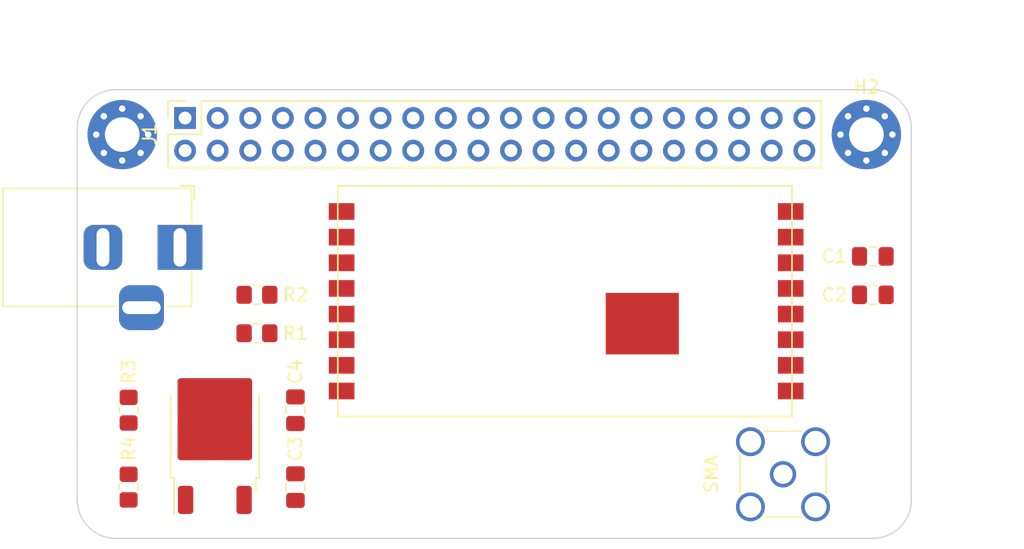
<source format=kicad_pcb>
(kicad_pcb (version 20221018) (generator pcbnew)
  (layers (0 "F.Cu" signal) (31 "B.Cu" signal) (34 "B.Paste" user) (35 "F.Paste" user) (36 "B.SilkS" user "B.Silkscreen") (37 "F.SilkS" user "F.Silkscreen") (38 "B.Mask" user) (39 "F.Mask" user) (44 "Edge.Cuts" user))
  (net 0 "")
  (net 1 "+6V")
  (net 2 "GND")
  (net 3 "VCC")
  (net 4 "PI_3V3")
  (net 5 "PI_5V")
  (net 13 "/RF_DIO5")
  (net 14 "/RF_DIO0")
  (net 15 "/RF_DIO1")
  (net 16 "/RF_DIO2")
  (net 17 "/RF_MOSI")
  (net 18 "/RF_MISO")
  (net 19 "/RF_DIO3")
  (net 20 "/RF_SCK")
  (net 21 "/RF_CS")
  (net 27 "/RF_RESET")
  (net 31 "/RF_DIO4")
  (net 34 "Net-(J2-In)")
  (net 35 "+3V3")
  (net 36 "Net-(U2-ADJ)")
  (footprint "Resistor_SMD:R_0805_2012Metric_Pad1.20x1.40mm_HandSolder" (layer "F.Cu") (at 104 125 -90)
    (fp_text reference "R3" (at -3 0 90) (layer "F.SilkS"))
    (fp_text value "1.1K")
    (fp_line (start -0.227064 -0.735) (end 0.227064 -0.735) (stroke (width 0.12)) (layer "F.SilkS"))
    (fp_line (start -0.227064 0.735) (end 0.227064 0.735) (stroke (width 0.12)) (layer "F.SilkS"))
    (pad "1" smd roundrect (at -1 0 270) (size 1.2 1.4) (layers "F.Cu" "F.Paste" "F.Mask") (roundrect_rratio 0.208333) (net 1 "+6V"))
    (pad "2" smd roundrect (at 1 0 270) (size 1.2 1.4) (layers "F.Cu" "F.Paste" "F.Mask") (roundrect_rratio 0.208333) (net 36 "Net-(U2-ADJ)"))
  )
  (footprint "Resistor_SMD:R_0805_2012Metric_Pad1.20x1.40mm_HandSolder" (layer "F.Cu") (at 114 116 180)
    (fp_text reference "R2" (at -3 0) (layer "F.SilkS"))
    (fp_text value "10k")
    (fp_line (start -0.227064 -0.735) (end 0.227064 -0.735) (stroke (width 0.12)) (layer "F.SilkS"))
    (fp_line (start -0.227064 0.735) (end 0.227064 0.735) (stroke (width 0.12)) (layer "F.SilkS"))
    (pad "1" smd roundrect (at -1 0 180) (size 1.2 1.4) (layers "F.Cu" "F.Paste" "F.Mask") (roundrect_rratio 0.208333) (net 21 "/RF_CS"))
    (pad "2" smd roundrect (at 1 0 180) (size 1.2 1.4) (layers "F.Cu" "F.Paste" "F.Mask") (roundrect_rratio 0.208333) (net 35 "+3V3"))
  )
  (footprint "Capacitor_SMD:C_0805_2012Metric_Pad1.18x1.45mm_HandSolder" (layer "F.Cu") (at 117 131 90)
    (fp_text reference "C3" (at 3 0 90) (layer "F.SilkS"))
    (fp_text value "10uF")
    (fp_line (start -0.261252 -0.735) (end 0.261252 -0.735) (stroke (width 0.12)) (layer "F.SilkS"))
    (fp_line (start -0.261252 0.735) (end 0.261252 0.735) (stroke (width 0.12)) (layer "F.SilkS"))
    (pad "1" smd roundrect (at -1.0375 0 90) (size 1.175 1.45) (layers "F.Cu" "F.Paste" "F.Mask") (roundrect_rratio 0.212766) (net 3 "VCC"))
    (pad "2" smd roundrect (at 1.0375 0 90) (size 1.175 1.45) (layers "F.Cu" "F.Paste" "F.Mask") (roundrect_rratio 0.212766) (net 2 "GND"))
  )
  (footprint "Capacitor_SMD:C_0805_2012Metric_Pad1.18x1.45mm_HandSolder" (layer "F.Cu") (at 162 116)
    (fp_text reference "C2" (at -3 0) (layer "F.SilkS"))
    (fp_text value "10uF")
    (fp_line (start -0.261252 -0.735) (end 0.261252 -0.735) (stroke (width 0.12)) (layer "F.SilkS"))
    (fp_line (start -0.261252 0.735) (end 0.261252 0.735) (stroke (width 0.12)) (layer "F.SilkS"))
    (pad "1" smd roundrect (at -1.0375 0) (size 1.175 1.45) (layers "F.Cu" "F.Paste" "F.Mask") (roundrect_rratio 0.212766) (net 1 "+6V"))
    (pad "2" smd roundrect (at 1.0375 0) (size 1.175 1.45) (layers "F.Cu" "F.Paste" "F.Mask") (roundrect_rratio 0.212766) (net 2 "GND"))
  )
  (footprint "Connector_Coaxial:SMA_Amphenol_901-144_Vertical" (layer "F.Cu") (at 155 130)
    (fp_text reference "J2" hide)
    (fp_text value "Coax SMA")
    (fp_line (start -3.355 -1.45) (end -3.355 1.45) (stroke (width 0.12)) (layer "F.SilkS"))
    (fp_line (start -1.45 -3.355) (end 1.45 -3.355) (stroke (width 0.12)) (layer "F.SilkS"))
    (fp_line (start -1.45 3.355) (end 1.45 3.355) (stroke (width 0.12)) (layer "F.SilkS"))
    (fp_line (start 3.355 -1.45) (end 3.355 1.45) (stroke (width 0.12)) (layer "F.SilkS"))
    (pad "1" thru_hole circle (at 0 0) (size 2.05 2.05) (drill 1.5) (layers "*.Cu" "*.Mask") (net 34 "Net-(J2-In)"))
    (pad "2" thru_hole circle (at -2.54 -2.54) (size 2.25 2.25) (drill 1.7) (layers "*.Cu" "*.Mask") (net 2 "GND"))
    (pad "2" thru_hole circle (at -2.54 2.54) (size 2.25 2.25) (drill 1.7) (layers "*.Cu" "*.Mask") (net 2 "GND"))
    (pad "2" thru_hole circle (at 2.54 -2.54) (size 2.25 2.25) (drill 1.7) (layers "*.Cu" "*.Mask") (net 2 "GND"))
    (pad "2" thru_hole circle (at 2.54 2.54) (size 2.25 2.25) (drill 1.7) (layers "*.Cu" "*.Mask") (net 2 "GND"))
  )
  (footprint "Capacitor_SMD:C_0805_2012Metric_Pad1.18x1.45mm_HandSolder" (layer "F.Cu") (at 117 125 -90)
    (fp_text reference "C4" (at -3 0 90) (layer "F.SilkS"))
    (fp_text value "22uF")
    (fp_line (start -0.261252 -0.735) (end 0.261252 -0.735) (stroke (width 0.12)) (layer "F.SilkS"))
    (fp_line (start -0.261252 0.735) (end 0.261252 0.735) (stroke (width 0.12)) (layer "F.SilkS"))
    (pad "1" smd roundrect (at -1.0375 0 270) (size 1.175 1.45) (layers "F.Cu" "F.Paste" "F.Mask") (roundrect_rratio 0.212766) (net 1 "+6V"))
    (pad "2" smd roundrect (at 1.0375 0 270) (size 1.175 1.45) (layers "F.Cu" "F.Paste" "F.Mask") (roundrect_rratio 0.212766) (net 2 "GND"))
  )
  (footprint "MountingHole:MountingHole_2.7mm_M2.5_Pad_Via" (layer "F.Cu") (at 161.5 103.5)
    (fp_text reference "H2" (at 0 -3.7) (layer "F.SilkS"))
    (fp_text value "M")
    (pad "1" thru_hole circle (at -2.025 0) (size 0.8 0.8) (drill 0.5) (layers "*.Cu" "*.Mask") (net 2 "GND"))
    (pad "1" thru_hole circle (at -1.431891 -1.431891) (size 0.8 0.8) (drill 0.5) (layers "*.Cu" "*.Mask") (net 2 "GND"))
    (pad "1" thru_hole circle (at -1.431891 1.431891) (size 0.8 0.8) (drill 0.5) (layers "*.Cu" "*.Mask") (net 2 "GND"))
    (pad "1" thru_hole circle (at 0 -2.025) (size 0.8 0.8) (drill 0.5) (layers "*.Cu" "*.Mask") (net 2 "GND"))
    (pad "1" thru_hole circle (at 0 0) (size 5.4 5.4) (drill 2.7) (layers "*.Cu" "*.Mask") (net 2 "GND"))
    (pad "1" thru_hole circle (at 0 2.025) (size 0.8 0.8) (drill 0.5) (layers "*.Cu" "*.Mask") (net 2 "GND"))
    (pad "1" thru_hole circle (at 1.431891 -1.431891) (size 0.8 0.8) (drill 0.5) (layers "*.Cu" "*.Mask") (net 2 "GND"))
    (pad "1" thru_hole circle (at 1.431891 1.431891) (size 0.8 0.8) (drill 0.5) (layers "*.Cu" "*.Mask") (net 2 "GND"))
    (pad "1" thru_hole circle (at 2.025 0) (size 0.8 0.8) (drill 0.5) (layers "*.Cu" "*.Mask") (net 2 "GND"))
  )
  (footprint "Connector_PinSocket_2.54mm:PinSocket_2x20_P2.54mm_Vertical" (layer "F.Cu") (at 108.4 102.21 90)
    (fp_text reference "J1" (at -1.27 -2.77 90) (layer "F.SilkS"))
    (fp_text value "Raspberry_Pi_2_3")
    (fp_line (start -3.87 -1.33) (end -3.87 49.59) (stroke (width 0.12)) (layer "F.SilkS"))
    (fp_line (start -3.87 -1.33) (end -1.27 -1.33) (stroke (width 0.12)) (layer "F.SilkS"))
    (fp_line (start -3.87 49.59) (end 1.33 49.59) (stroke (width 0.12)) (layer "F.SilkS"))
    (fp_line (start -1.27 -1.33) (end -1.27 1.27) (stroke (width 0.12)) (layer "F.SilkS"))
    (fp_line (start -1.27 1.27) (end 1.33 1.27) (stroke (width 0.12)) (layer "F.SilkS"))
    (fp_line (start 0 -1.33) (end 1.33 -1.33) (stroke (width 0.12)) (layer "F.SilkS"))
    (fp_line (start 1.33 -1.33) (end 1.33 0) (stroke (width 0.12)) (layer "F.SilkS"))
    (fp_line (start 1.33 1.27) (end 1.33 49.59) (stroke (width 0.12)) (layer "F.SilkS"))
    (pad "1" thru_hole rect (at 0 0 90) (size 1.7 1.7) (drill 1) (layers "*.Cu" "*.Mask") (net 4 "PI_3V3"))
    (pad "2" thru_hole oval (at -2.54 0 90) (size 1.7 1.7) (drill 1) (layers "*.Cu" "*.Mask") (net 5 "PI_5V"))
    (pad "3" thru_hole oval (at 0 2.54 90) (size 1.7 1.7) (drill 1) (layers "*.Cu" "*.Mask"))
    (pad "4" thru_hole oval (at -2.54 2.54 90) (size 1.7 1.7) (drill 1) (layers "*.Cu" "*.Mask") (net 5 "PI_5V"))
    (pad "5" thru_hole oval (at 0 5.08 90) (size 1.7 1.7) (drill 1) (layers "*.Cu" "*.Mask"))
    (pad "6" thru_hole oval (at -2.54 5.08 90) (size 1.7 1.7) (drill 1) (layers "*.Cu" "*.Mask") (net 2 "GND"))
    (pad "7" thru_hole oval (at 0 7.62 90) (size 1.7 1.7) (drill 1) (layers "*.Cu" "*.Mask"))
    (pad "8" thru_hole oval (at -2.54 7.62 90) (size 1.7 1.7) (drill 1) (layers "*.Cu" "*.Mask"))
    (pad "9" thru_hole oval (at 0 10.16 90) (size 1.7 1.7) (drill 1) (layers "*.Cu" "*.Mask") (net 2 "GND"))
    (pad "10" thru_hole oval (at -2.54 10.16 90) (size 1.7 1.7) (drill 1) (layers "*.Cu" "*.Mask"))
    (pad "11" thru_hole oval (at 0 12.7 90) (size 1.7 1.7) (drill 1) (layers "*.Cu" "*.Mask"))
    (pad "12" thru_hole oval (at -2.54 12.7 90) (size 1.7 1.7) (drill 1) (layers "*.Cu" "*.Mask"))
    (pad "13" thru_hole oval (at 0 15.24 90) (size 1.7 1.7) (drill 1) (layers "*.Cu" "*.Mask") (net 13 "/RF_DIO5"))
    (pad "14" thru_hole oval (at -2.54 15.24 90) (size 1.7 1.7) (drill 1) (layers "*.Cu" "*.Mask") (net 2 "GND"))
    (pad "15" thru_hole oval (at 0 17.78 90) (size 1.7 1.7) (drill 1) (layers "*.Cu" "*.Mask") (net 14 "/RF_DIO0"))
    (pad "16" thru_hole oval (at -2.54 17.78 90) (size 1.7 1.7) (drill 1) (layers "*.Cu" "*.Mask") (net 15 "/RF_DIO1"))
    (pad "17" thru_hole oval (at 0 20.32 90) (size 1.7 1.7) (drill 1) (layers "*.Cu" "*.Mask") (net 4 "PI_3V3"))
    (pad "18" thru_hole oval (at -2.54 20.32 90) (size 1.7 1.7) (drill 1) (layers "*.Cu" "*.Mask") (net 16 "/RF_DIO2"))
    (pad "19" thru_hole oval (at 0 22.86 90) (size 1.7 1.7) (drill 1) (layers "*.Cu" "*.Mask") (net 17 "/RF_MOSI"))
    (pad "20" thru_hole oval (at -2.54 22.86 90) (size 1.7 1.7) (drill 1) (layers "*.Cu" "*.Mask") (net 2 "GND"))
    (pad "21" thru_hole oval (at 0 25.4 90) (size 1.7 1.7) (drill 1) (layers "*.Cu" "*.Mask") (net 18 "/RF_MISO"))
    (pad "22" thru_hole oval (at -2.54 25.4 90) (size 1.7 1.7) (drill 1) (layers "*.Cu" "*.Mask") (net 19 "/RF_DIO3"))
    (pad "23" thru_hole oval (at 0 27.94 90) (size 1.7 1.7) (drill 1) (layers "*.Cu" "*.Mask") (net 20 "/RF_SCK"))
    (pad "24" thru_hole oval (at -2.54 27.94 90) (size 1.7 1.7) (drill 1) (layers "*.Cu" "*.Mask") (net 21 "/RF_CS"))
    (pad "25" thru_hole oval (at 0 30.48 90) (size 1.7 1.7) (drill 1) (layers "*.Cu" "*.Mask") (net 2 "GND"))
    (pad "26" thru_hole oval (at -2.54 30.48 90) (size 1.7 1.7) (drill 1) (layers "*.Cu" "*.Mask"))
    (pad "27" thru_hole oval (at 0 33.02 90) (size 1.7 1.7) (drill 1) (layers "*.Cu" "*.Mask"))
    (pad "28" thru_hole oval (at -2.54 33.02 90) (size 1.7 1.7) (drill 1) (layers "*.Cu" "*.Mask"))
    (pad "29" thru_hole oval (at 0 35.56 90) (size 1.7 1.7) (drill 1) (layers "*.Cu" "*.Mask"))
    (pad "30" thru_hole oval (at -2.54 35.56 90) (size 1.7 1.7) (drill 1) (layers "*.Cu" "*.Mask") (net 2 "GND"))
    (pad "31" thru_hole oval (at 0 38.1 90) (size 1.7 1.7) (drill 1) (layers "*.Cu" "*.Mask"))
    (pad "32" thru_hole oval (at -2.54 38.1 90) (size 1.7 1.7) (drill 1) (layers "*.Cu" "*.Mask") (net 27 "/RF_RESET"))
    (pad "33" thru_hole oval (at 0 40.64 90) (size 1.7 1.7) (drill 1) (layers "*.Cu" "*.Mask"))
    (pad "34" thru_hole oval (at -2.54 40.64 90) (size 1.7 1.7) (drill 1) (layers "*.Cu" "*.Mask") (net 2 "GND"))
    (pad "35" thru_hole oval (at 0 43.18 90) (size 1.7 1.7) (drill 1) (layers "*.Cu" "*.Mask"))
    (pad "36" thru_hole oval (at -2.54 43.18 90) (size 1.7 1.7) (drill 1) (layers "*.Cu" "*.Mask"))
    (pad "37" thru_hole oval (at 0 45.72 90) (size 1.7 1.7) (drill 1) (layers "*.Cu" "*.Mask") (net 31 "/RF_DIO4"))
    (pad "38" thru_hole oval (at -2.54 45.72 90) (size 1.7 1.7) (drill 1) (layers "*.Cu" "*.Mask"))
    (pad "39" thru_hole oval (at 0 48.26 90) (size 1.7 1.7) (drill 1) (layers "*.Cu" "*.Mask") (net 2 "GND"))
    (pad "40" thru_hole oval (at -2.54 48.26 90) (size 1.7 1.7) (drill 1) (layers "*.Cu" "*.Mask"))
  )
  (footprint "Package_TO_SOT_SMD:TO-252-2" (layer "F.Cu") (at 110.72 126.96 90)
    (fp_text reference "U2" hide)
    (fp_text value "AZ2185D-ADJTRG1")
    (fp_line (start -3.31 -3.45) (end -3.31 -3.18) (stroke (width 0.12)) (layer "F.SilkS"))
    (fp_line (start -3.31 -3.18) (end -6.14 -3.18) (stroke (width 0.12)) (layer "F.SilkS"))
    (fp_line (start -3.31 3.18) (end -4.41 3.18) (stroke (width 0.12)) (layer "F.SilkS"))
    (fp_line (start -3.31 3.45) (end -3.31 3.18) (stroke (width 0.12)) (layer "F.SilkS"))
    (fp_line (start 3.11 -3.45) (end -3.31 -3.45) (stroke (width 0.12)) (layer "F.SilkS"))
    (fp_line (start 3.11 3.45) (end -3.31 3.45) (stroke (width 0.12)) (layer "F.SilkS"))
    (pad "1" smd roundrect (at -5.04 -2.28 90) (size 2.2 1.2) (layers "F.Cu" "F.Paste" "F.Mask") (roundrect_rratio 0.208333) (net 36 "Net-(U2-ADJ)"))
    (pad "2" smd roundrect (at -0.415 -1.525 90) (size 3.05 2.75) (layers "F.Cu" "F.Paste") (roundrect_rratio 0.090909) (net 1 "+6V"))
    (pad "2" smd roundrect (at -0.415 1.525 90) (size 3.05 2.75) (layers "F.Cu" "F.Paste") (roundrect_rratio 0.090909) (net 1 "+6V"))
    (pad "2" smd roundrect (at 1.26 0 90) (size 6.4 5.8) (layers "F.Cu" "F.Mask") (roundrect_rratio 0.043103) (net 1 "+6V"))
    (pad "2" smd roundrect (at 2.935 -1.525 90) (size 3.05 2.75) (layers "F.Cu" "F.Paste") (roundrect_rratio 0.090909) (net 1 "+6V"))
    (pad "2" smd roundrect (at 2.935 1.525 90) (size 3.05 2.75) (layers "F.Cu" "F.Paste") (roundrect_rratio 0.090909) (net 1 "+6V"))
    (pad "3" smd roundrect (at -5.04 2.28 90) (size 2.2 1.2) (layers "F.Cu" "F.Paste" "F.Mask") (roundrect_rratio 0.208333) (net 3 "VCC"))
  )
  (footprint "Resistor_SMD:R_0805_2012Metric_Pad1.20x1.40mm_HandSolder" (layer "F.Cu") (at 114 119 180)
    (fp_text reference "R1" (at -3 0) (layer "F.SilkS"))
    (fp_text value "10k")
    (fp_line (start -0.227064 -0.735) (end 0.227064 -0.735) (stroke (width 0.12)) (layer "F.SilkS"))
    (fp_line (start -0.227064 0.735) (end 0.227064 0.735) (stroke (width 0.12)) (layer "F.SilkS"))
    (pad "1" smd roundrect (at -1 0 180) (size 1.2 1.4) (layers "F.Cu" "F.Paste" "F.Mask") (roundrect_rratio 0.208333) (net 27 "/RF_RESET"))
    (pad "2" smd roundrect (at 1 0 180) (size 1.2 1.4) (layers "F.Cu" "F.Paste" "F.Mask") (roundrect_rratio 0.208333) (net 35 "+3V3"))
  )
  (footprint "Mainboard:RFM95PW" (layer "F.Cu") (at 138 116)
    (fp_text reference "U1" hide)
    (fp_text value "RFM98PW" hide)
    (fp_line (start -17.7 -8.5) (end 17.7 -8.5) (stroke (width 0.127)) (layer "F.SilkS"))
    (fp_line (start -17.7 9.5) (end -17.7 -8.5) (stroke (width 0.127)) (layer "F.SilkS"))
    (fp_line (start -17.7 9.5) (end 17.7 9.5) (stroke (width 0.127)) (layer "F.SilkS"))
    (fp_line (start 17.7 9.5) (end 17.7 -8.5) (stroke (width 0.127)) (layer "F.SilkS"))
    (pad "1" smd rect (at 17.6 7.5) (size 2 1.3) (layers "F.Cu" "F.Paste" "F.Mask") (net 34 "Net-(J2-In)"))
    (pad "2" smd rect (at 17.6 5.5) (size 2 1.3) (layers "F.Cu" "F.Paste" "F.Mask") (net 2 "GND"))
    (pad "3" smd rect (at 17.6 3.5) (size 2 1.3) (layers "F.Cu" "F.Paste" "F.Mask") (net 19 "/RF_DIO3"))
    (pad "4" smd rect (at 17.6 1.5) (size 2 1.3) (layers "F.Cu" "F.Paste" "F.Mask") (net 31 "/RF_DIO4"))
    (pad "5" smd rect (at 17.6 -0.5) (size 2 1.3) (layers "F.Cu" "F.Paste" "F.Mask") (net 1 "+6V"))
    (pad "6" smd rect (at 17.6 -2.5) (size 2 1.3) (layers "F.Cu" "F.Paste" "F.Mask") (net 14 "/RF_DIO0"))
    (pad "7" smd rect (at 17.6 -4.5) (size 2 1.3) (layers "F.Cu" "F.Paste" "F.Mask") (net 15 "/RF_DIO1"))
    (pad "8" smd rect (at 17.6 -6.5) (size 2 1.3) (layers "F.Cu" "F.Paste" "F.Mask") (net 16 "/RF_DIO2"))
    (pad "9" smd rect (at -17.4 -6.5) (size 2 1.3) (layers "F.Cu" "F.Paste" "F.Mask") (net 35 "+3V3"))
    (pad "10" smd rect (at -17.4 -4.5) (size 2 1.3) (layers "F.Cu" "F.Paste" "F.Mask") (net 18 "/RF_MISO"))
    (pad "11" smd rect (at -17.4 -2.5) (size 2 1.3) (layers "F.Cu" "F.Paste" "F.Mask") (net 17 "/RF_MOSI"))
    (pad "12" smd rect (at -17.4 -0.5) (size 2 1.3) (layers "F.Cu" "F.Paste" "F.Mask") (net 20 "/RF_SCK"))
    (pad "13" smd rect (at -17.4 1.5) (size 2 1.3) (layers "F.Cu" "F.Paste" "F.Mask") (net 21 "/RF_CS"))
    (pad "14" smd rect (at -17.4 3.5) (size 2 1.3) (layers "F.Cu" "F.Paste" "F.Mask") (net 27 "/RF_RESET"))
    (pad "15" smd rect (at -17.4 5.5) (size 2 1.3) (layers "F.Cu" "F.Paste" "F.Mask") (net 13 "/RF_DIO5"))
    (pad "16" smd rect (at -17.4 7.5) (size 2 1.3) (layers "F.Cu" "F.Paste" "F.Mask") (net 2 "GND"))
    (pad "17" smd rect (at 6.0325 2.25) (size 5.699999 4.800001) (layers "F.Cu" "F.Mask") (net 2 "GND"))
  )
  (footprint "Connector_BarrelJack:BarrelJack_Horizontal" (layer "F.Cu") (at 108 112.3)
    (fp_text reference "J3" hide)
    (fp_text value "Barrel_Jack")
    (fp_line (start -13.8 -4.6) (end 0.9 -4.6) (stroke (width 0.12)) (layer "F.SilkS"))
    (fp_line (start -13.8 4.6) (end -13.8 -4.6) (stroke (width 0.12)) (layer "F.SilkS"))
    (fp_line (start -5 4.6) (end -13.8 4.6) (stroke (width 0.12)) (layer "F.SilkS"))
    (fp_line (start 0.05 -4.8) (end 1.1 -4.8) (stroke (width 0.12)) (layer "F.SilkS"))
    (fp_line (start 0.9 -4.6) (end 0.9 -2) (stroke (width 0.12)) (layer "F.SilkS"))
    (fp_line (start 0.9 1.9) (end 0.9 4.6) (stroke (width 0.12)) (layer "F.SilkS"))
    (fp_line (start 0.9 4.6) (end -1 4.6) (stroke (width 0.12)) (layer "F.SilkS"))
    (fp_line (start 1.1 -3.75) (end 1.1 -4.8) (stroke (width 0.12)) (layer "F.SilkS"))
    (pad "1" thru_hole rect (at 0 0) (size 3.5 3.5) (drill oval 1 3) (layers "*.Cu" "*.Mask") (net 3 "VCC"))
    (pad "2" thru_hole roundrect (at -6 0) (size 3 3.5) (drill oval 1 3) (layers "*.Cu" "*.Mask") (net 2 "GND"))
    (pad "3" thru_hole roundrect (at -3 4.7) (size 3.5 3.5) (drill oval 3 1) (layers "*.Cu" "*.Mask"))
  )
  (footprint "Capacitor_SMD:C_0805_2012Metric_Pad1.18x1.45mm_HandSolder" (layer "F.Cu") (at 162 113)
    (fp_text reference "C1" (at -3 0) (layer "F.SilkS"))
    (fp_text value "0.1uF")
    (fp_line (start -0.261252 -0.735) (end 0.261252 -0.735) (stroke (width 0.12)) (layer "F.SilkS"))
    (fp_line (start -0.261252 0.735) (end 0.261252 0.735) (stroke (width 0.12)) (layer "F.SilkS"))
    (pad "1" smd roundrect (at -1.0375 0) (size 1.175 1.45) (layers "F.Cu" "F.Paste" "F.Mask") (roundrect_rratio 0.212766) (net 1 "+6V"))
    (pad "2" smd roundrect (at 1.0375 0) (size 1.175 1.45) (layers "F.Cu" "F.Paste" "F.Mask") (roundrect_rratio 0.212766) (net 2 "GND"))
  )
  (footprint "Resistor_SMD:R_0805_2012Metric_Pad1.20x1.40mm_HandSolder" (layer "F.Cu") (at 104 131 -90)
    (fp_text reference "R4" (at -3 0 90) (layer "F.SilkS"))
    (fp_text value "3.74K")
    (fp_line (start -0.227064 -0.735) (end 0.227064 -0.735) (stroke (width 0.12)) (layer "F.SilkS"))
    (fp_line (start -0.227064 0.735) (end 0.227064 0.735) (stroke (width 0.12)) (layer "F.SilkS"))
    (pad "1" smd roundrect (at -1 0 270) (size 1.2 1.4) (layers "F.Cu" "F.Paste" "F.Mask") (roundrect_rratio 0.208333) (net 36 "Net-(U2-ADJ)"))
    (pad "2" smd roundrect (at 1 0 270) (size 1.2 1.4) (layers "F.Cu" "F.Paste" "F.Mask") (roundrect_rratio 0.208333) (net 2 "GND"))
  )
  (footprint "MountingHole:MountingHole_2.7mm_M2.5_Pad_Via" (layer "F.Cu") (at 103.5 103.5)
    (fp_text reference "H1" hide)
    (fp_text value "M")
    (pad "1" thru_hole circle (at -2.025 0) (size 0.8 0.8) (drill 0.5) (layers "*.Cu" "*.Mask") (net 2 "GND"))
    (pad "1" thru_hole circle (at -1.431891 -1.431891) (size 0.8 0.8) (drill 0.5) (layers "*.Cu" "*.Mask") (net 2 "GND"))
    (pad "1" thru_hole circle (at -1.431891 1.431891) (size 0.8 0.8) (drill 0.5) (layers "*.Cu" "*.Mask") (net 2 "GND"))
    (pad "1" thru_hole circle (at 0 -2.025) (size 0.8 0.8) (drill 0.5) (layers "*.Cu" "*.Mask") (net 2 "GND"))
    (pad "1" thru_hole circle (at 0 0) (size 5.4 5.4) (drill 2.7) (layers "*.Cu" "*.Mask") (net 2 "GND"))
    (pad "1" thru_hole circle (at 0 2.025) (size 0.8 0.8) (drill 0.5) (layers "*.Cu" "*.Mask") (net 2 "GND"))
    (pad "1" thru_hole circle (at 1.431891 -1.431891) (size 0.8 0.8) (drill 0.5) (layers "*.Cu" "*.Mask") (net 2 "GND"))
    (pad "1" thru_hole circle (at 1.431891 1.431891) (size 0.8 0.8) (drill 0.5) (layers "*.Cu" "*.Mask") (net 2 "GND"))
    (pad "1" thru_hole circle (at 2.025 0) (size 0.8 0.8) (drill 0.5) (layers "*.Cu" "*.Mask") (net 2 "GND"))
  )
  (gr_arc (start 162 100) (mid 164.12132 100.87868) (end 165 103) (stroke (width 0.1)) (layer "Edge.Cuts"))
  (gr_arc (start 100 103) (mid 100.87868 100.87868) (end 103 100) (stroke (width 0.1)) (layer "Edge.Cuts"))
  (gr_line (start 100 127.5) (end 100 132) (stroke (width 0.1)) (layer "Edge.Cuts"))
  (gr_line (start 162 135) (end 103 135) (stroke (width 0.1)) (layer "Edge.Cuts"))
  (gr_line (start 165 103) (end 165 127.5) (stroke (width 0.1)) (layer "Edge.Cuts"))
  (gr_line (start 100 103) (end 100 127.5) (stroke (width 0.1)) (layer "Edge.Cuts"))
  (gr_line (start 165 127.5) (end 165 132) (stroke (width 0.1)) (layer "Edge.Cuts"))
  (gr_arc (start 103 135) (mid 100.87868 134.12132) (end 100 132) (stroke (width 0.1)) (layer "Edge.Cuts"))
  (gr_line (start 103 100) (end 162 100) (stroke (width 0.1)) (layer "Edge.Cuts"))
  (gr_arc (start 165 132) (mid 164.12132 134.12132) (end 162 135) (stroke (width 0.1)) (layer "Edge.Cuts"))
  (gr_text "SMA" (at 150 130 90) (layer "F.SilkS") (effects (font (size 1 1)) (justify bottom)))
)
</source>
